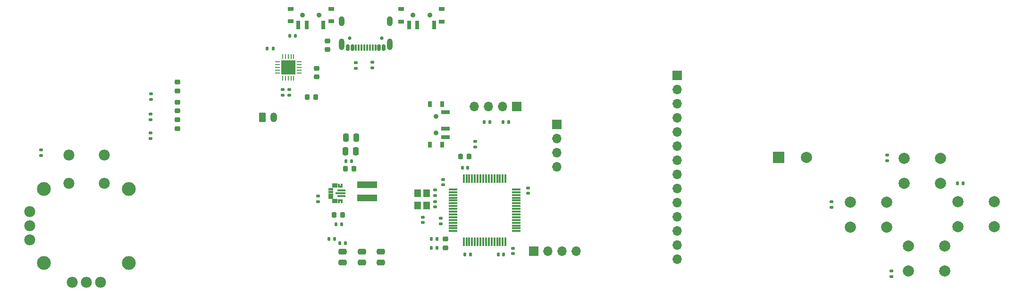
<source format=gbr>
%TF.GenerationSoftware,KiCad,Pcbnew,9.0.0*%
%TF.CreationDate,2025-08-15T01:25:28+03:00*%
%TF.ProjectId,Handheld,48616e64-6865-46c6-942e-6b696361645f,rev?*%
%TF.SameCoordinates,Original*%
%TF.FileFunction,Soldermask,Top*%
%TF.FilePolarity,Negative*%
%FSLAX46Y46*%
G04 Gerber Fmt 4.6, Leading zero omitted, Abs format (unit mm)*
G04 Created by KiCad (PCBNEW 9.0.0) date 2025-08-15 01:25:28*
%MOMM*%
%LPD*%
G01*
G04 APERTURE LIST*
G04 Aperture macros list*
%AMRoundRect*
0 Rectangle with rounded corners*
0 $1 Rounding radius*
0 $2 $3 $4 $5 $6 $7 $8 $9 X,Y pos of 4 corners*
0 Add a 4 corners polygon primitive as box body*
4,1,4,$2,$3,$4,$5,$6,$7,$8,$9,$2,$3,0*
0 Add four circle primitives for the rounded corners*
1,1,$1+$1,$2,$3*
1,1,$1+$1,$4,$5*
1,1,$1+$1,$6,$7*
1,1,$1+$1,$8,$9*
0 Add four rect primitives between the rounded corners*
20,1,$1+$1,$2,$3,$4,$5,0*
20,1,$1+$1,$4,$5,$6,$7,0*
20,1,$1+$1,$6,$7,$8,$9,0*
20,1,$1+$1,$8,$9,$2,$3,0*%
G04 Aperture macros list end*
%ADD10C,0.010000*%
%ADD11RoundRect,0.140000X-0.170000X0.140000X-0.170000X-0.140000X0.170000X-0.140000X0.170000X0.140000X0*%
%ADD12RoundRect,0.062500X-0.062500X0.350000X-0.062500X-0.350000X0.062500X-0.350000X0.062500X0.350000X0*%
%ADD13RoundRect,0.062500X-0.350000X0.062500X-0.350000X-0.062500X0.350000X-0.062500X0.350000X0.062500X0*%
%ADD14R,2.500000X2.500000*%
%ADD15RoundRect,0.135000X-0.135000X-0.185000X0.135000X-0.185000X0.135000X0.185000X-0.135000X0.185000X0*%
%ADD16RoundRect,0.218750X-0.256250X0.218750X-0.256250X-0.218750X0.256250X-0.218750X0.256250X0.218750X0*%
%ADD17RoundRect,0.225000X-0.225000X-0.250000X0.225000X-0.250000X0.225000X0.250000X-0.225000X0.250000X0*%
%ADD18RoundRect,0.250000X-0.250000X-0.475000X0.250000X-0.475000X0.250000X0.475000X-0.250000X0.475000X0*%
%ADD19RoundRect,0.075000X-0.700000X-0.075000X0.700000X-0.075000X0.700000X0.075000X-0.700000X0.075000X0*%
%ADD20RoundRect,0.075000X-0.075000X-0.700000X0.075000X-0.700000X0.075000X0.700000X-0.075000X0.700000X0*%
%ADD21RoundRect,0.140000X0.170000X-0.140000X0.170000X0.140000X-0.170000X0.140000X-0.170000X-0.140000X0*%
%ADD22RoundRect,0.250000X-0.475000X0.250000X-0.475000X-0.250000X0.475000X-0.250000X0.475000X0.250000X0*%
%ADD23RoundRect,0.140000X-0.140000X-0.170000X0.140000X-0.170000X0.140000X0.170000X-0.140000X0.170000X0*%
%ADD24C,2.000000*%
%ADD25R,1.700000X1.700000*%
%ADD26O,1.700000X1.700000*%
%ADD27RoundRect,0.225000X0.225000X0.250000X-0.225000X0.250000X-0.225000X-0.250000X0.225000X-0.250000X0*%
%ADD28RoundRect,0.135000X0.185000X-0.135000X0.185000X0.135000X-0.185000X0.135000X-0.185000X-0.135000X0*%
%ADD29RoundRect,0.135000X0.135000X0.185000X-0.135000X0.185000X-0.135000X-0.185000X0.135000X-0.185000X0*%
%ADD30RoundRect,0.225000X-0.250000X0.225000X-0.250000X-0.225000X0.250000X-0.225000X0.250000X0.225000X0*%
%ADD31RoundRect,0.140000X0.140000X0.170000X-0.140000X0.170000X-0.140000X-0.170000X0.140000X-0.170000X0*%
%ADD32RoundRect,0.135000X-0.185000X0.135000X-0.185000X-0.135000X0.185000X-0.135000X0.185000X0.135000X0*%
%ADD33RoundRect,0.250000X-0.350000X-0.625000X0.350000X-0.625000X0.350000X0.625000X-0.350000X0.625000X0*%
%ADD34O,1.200000X1.750000*%
%ADD35R,0.800000X1.000000*%
%ADD36C,0.900000*%
%ADD37R,1.500000X0.700000*%
%ADD38R,2.000000X2.000000*%
%ADD39R,1.000000X0.800000*%
%ADD40R,0.700000X1.500000*%
%ADD41RoundRect,0.102000X1.700000X-0.490000X1.700000X0.490000X-1.700000X0.490000X-1.700000X-0.490000X0*%
%ADD42C,0.650000*%
%ADD43RoundRect,0.150000X0.150000X0.425000X-0.150000X0.425000X-0.150000X-0.425000X0.150000X-0.425000X0*%
%ADD44RoundRect,0.075000X0.075000X0.500000X-0.075000X0.500000X-0.075000X-0.500000X0.075000X-0.500000X0*%
%ADD45O,1.000000X2.100000*%
%ADD46O,1.000000X1.800000*%
%ADD47C,1.982000*%
%ADD48C,2.490000*%
%ADD49R,1.150000X1.400000*%
G04 APERTURE END LIST*
D10*
%TO.C,U5*%
X102691196Y-92665358D02*
X101991196Y-92665358D01*
X101991196Y-92315358D01*
X102691196Y-92315358D01*
X102691196Y-92665358D01*
G36*
X102691196Y-92665358D02*
G01*
X101991196Y-92665358D01*
X101991196Y-92315358D01*
X102691196Y-92315358D01*
X102691196Y-92665358D01*
G37*
X102691196Y-93165358D02*
X101991196Y-93165358D01*
X101991196Y-92815358D01*
X102691196Y-92815358D01*
X102691196Y-93165358D01*
G36*
X102691196Y-93165358D02*
G01*
X101991196Y-93165358D01*
X101991196Y-92815358D01*
X102691196Y-92815358D01*
X102691196Y-93165358D01*
G37*
X102691196Y-93665358D02*
X101991196Y-93665358D01*
X101991196Y-93315358D01*
X102691196Y-93315358D01*
X102691196Y-93665358D01*
G36*
X102691196Y-93665358D02*
G01*
X101991196Y-93665358D01*
X101991196Y-93315358D01*
X102691196Y-93315358D01*
X102691196Y-93665358D01*
G37*
X102691196Y-94165358D02*
X101991196Y-94165358D01*
X101991196Y-93815358D01*
X102691196Y-93815358D01*
X102691196Y-94165358D01*
G36*
X102691196Y-94165358D02*
G01*
X101991196Y-94165358D01*
X101991196Y-93815358D01*
X102691196Y-93815358D01*
X102691196Y-94165358D01*
G37*
X102941196Y-92190358D02*
X102591196Y-92190358D01*
X102591196Y-91490358D01*
X102941196Y-91490358D01*
X102941196Y-92190358D01*
G36*
X102941196Y-92190358D02*
G01*
X102591196Y-92190358D01*
X102591196Y-91490358D01*
X102941196Y-91490358D01*
X102941196Y-92190358D01*
G37*
X102941196Y-94990358D02*
X102591196Y-94990358D01*
X102591196Y-94290358D01*
X102941196Y-94290358D01*
X102941196Y-94990358D01*
G36*
X102941196Y-94990358D02*
G01*
X102591196Y-94990358D01*
X102591196Y-94290358D01*
X102941196Y-94290358D01*
X102941196Y-94990358D01*
G37*
X103441196Y-92190358D02*
X103091196Y-92190358D01*
X103091196Y-91490358D01*
X103441196Y-91490358D01*
X103441196Y-92190358D01*
G36*
X103441196Y-92190358D02*
G01*
X103091196Y-92190358D01*
X103091196Y-91490358D01*
X103441196Y-91490358D01*
X103441196Y-92190358D01*
G37*
X103441196Y-94990358D02*
X103091196Y-94990358D01*
X103091196Y-94290358D01*
X103441196Y-94290358D01*
X103441196Y-94990358D01*
G36*
X103441196Y-94990358D02*
G01*
X103091196Y-94990358D01*
X103091196Y-94290358D01*
X103441196Y-94290358D01*
X103441196Y-94990358D01*
G37*
X104941196Y-93365358D02*
X103241196Y-93365358D01*
X103241196Y-93115358D01*
X104941196Y-93115358D01*
X104941196Y-93365358D01*
G36*
X104941196Y-93365358D02*
G01*
X103241196Y-93365358D01*
X103241196Y-93115358D01*
X104941196Y-93115358D01*
X104941196Y-93365358D01*
G37*
X104941196Y-92865358D02*
X103591196Y-92865358D01*
X103591196Y-92615358D01*
X104941196Y-92615358D01*
X104941196Y-92865358D01*
G36*
X104941196Y-92865358D02*
G01*
X103591196Y-92865358D01*
X103591196Y-92615358D01*
X104941196Y-92615358D01*
X104941196Y-92865358D01*
G37*
X104941196Y-93865358D02*
X103591196Y-93865358D01*
X103591196Y-93615358D01*
X104941196Y-93615358D01*
X104941196Y-93865358D01*
G36*
X104941196Y-93865358D02*
G01*
X103591196Y-93865358D01*
X103591196Y-93615358D01*
X104941196Y-93615358D01*
X104941196Y-93865358D01*
G37*
X104391196Y-94940358D02*
X104141196Y-94940358D01*
X104141196Y-94590358D01*
X103891196Y-94590358D01*
X103891196Y-94940358D01*
X103641196Y-94940358D01*
X103641196Y-94340358D01*
X104391196Y-94340358D01*
X104391196Y-94940358D01*
G36*
X104391196Y-94940358D02*
G01*
X104141196Y-94940358D01*
X104141196Y-94590358D01*
X103891196Y-94590358D01*
X103891196Y-94940358D01*
X103641196Y-94940358D01*
X103641196Y-94340358D01*
X104391196Y-94340358D01*
X104391196Y-94940358D01*
G37*
X103891196Y-91890358D02*
X104141196Y-91890358D01*
X104141196Y-91540358D01*
X104391196Y-91540358D01*
X104391196Y-92140358D01*
X103641196Y-92140358D01*
X103641196Y-91540358D01*
X103891196Y-91540358D01*
X103891196Y-91890358D01*
G36*
X103891196Y-91890358D02*
G01*
X104141196Y-91890358D01*
X104141196Y-91540358D01*
X104391196Y-91540358D01*
X104391196Y-92140358D01*
X103641196Y-92140358D01*
X103641196Y-91540358D01*
X103891196Y-91540358D01*
X103891196Y-91890358D01*
G37*
%TD*%
D11*
%TO.C,C3*%
X135100000Y-104110000D03*
X135100000Y-103150000D03*
%TD*%
D12*
%TO.C,U3*%
X95728696Y-68725358D03*
X95228696Y-68725358D03*
X94728696Y-68725358D03*
X94228696Y-68725358D03*
X93728696Y-68725358D03*
D13*
X92791196Y-69662858D03*
X92791196Y-70162858D03*
X92791196Y-70662858D03*
X92791196Y-71162858D03*
X92791196Y-71662858D03*
D12*
X93728696Y-72600358D03*
X94228696Y-72600358D03*
X94728696Y-72600358D03*
X95228696Y-72600358D03*
X95728696Y-72600358D03*
D13*
X96666196Y-71662858D03*
X96666196Y-71162858D03*
X96666196Y-70662858D03*
X96666196Y-70162858D03*
X96666196Y-69662858D03*
D14*
X94728696Y-70662858D03*
%TD*%
D15*
%TO.C,R20*%
X133308696Y-80475358D03*
X134328696Y-80475358D03*
%TD*%
D16*
%TO.C,D2*%
X74828696Y-80100358D03*
X74828696Y-81675358D03*
%TD*%
D17*
%TO.C,C16*%
X104978696Y-88875358D03*
X106528696Y-88875358D03*
%TD*%
D18*
%TO.C,C18*%
X105050000Y-83250000D03*
X106950000Y-83250000D03*
%TD*%
D15*
%TO.C,R17*%
X103308696Y-98875358D03*
X104328696Y-98875358D03*
%TD*%
D19*
%TO.C,U1*%
X124303696Y-92575358D03*
X124303696Y-93075358D03*
X124303696Y-93575358D03*
X124303696Y-94075358D03*
X124303696Y-94575358D03*
X124303696Y-95075358D03*
X124303696Y-95575358D03*
X124303696Y-96075358D03*
X124303696Y-96575358D03*
X124303696Y-97075358D03*
X124303696Y-97575358D03*
X124303696Y-98075358D03*
X124303696Y-98575358D03*
X124303696Y-99075358D03*
X124303696Y-99575358D03*
X124303696Y-100075358D03*
D20*
X126228696Y-102000358D03*
X126728696Y-102000358D03*
X127228696Y-102000358D03*
X127728696Y-102000358D03*
X128228696Y-102000358D03*
X128728696Y-102000358D03*
X129228696Y-102000358D03*
X129728696Y-102000358D03*
X130228696Y-102000358D03*
X130728696Y-102000358D03*
X131228696Y-102000358D03*
X131728696Y-102000358D03*
X132228696Y-102000358D03*
X132728696Y-102000358D03*
X133228696Y-102000358D03*
X133728696Y-102000358D03*
D19*
X135653696Y-100075358D03*
X135653696Y-99575358D03*
X135653696Y-99075358D03*
X135653696Y-98575358D03*
X135653696Y-98075358D03*
X135653696Y-97575358D03*
X135653696Y-97075358D03*
X135653696Y-96575358D03*
X135653696Y-96075358D03*
X135653696Y-95575358D03*
X135653696Y-95075358D03*
X135653696Y-94575358D03*
X135653696Y-94075358D03*
X135653696Y-93575358D03*
X135653696Y-93075358D03*
X135653696Y-92575358D03*
D20*
X133728696Y-90650358D03*
X133228696Y-90650358D03*
X132728696Y-90650358D03*
X132228696Y-90650358D03*
X131728696Y-90650358D03*
X131228696Y-90650358D03*
X130728696Y-90650358D03*
X130228696Y-90650358D03*
X129728696Y-90650358D03*
X129228696Y-90650358D03*
X128728696Y-90650358D03*
X128228696Y-90650358D03*
X127728696Y-90650358D03*
X127228696Y-90650358D03*
X126728696Y-90650358D03*
X126228696Y-90650358D03*
%TD*%
D21*
%TO.C,C12*%
X121128696Y-95755358D03*
X121128696Y-94795358D03*
%TD*%
D22*
%TO.C,C23*%
X111328696Y-103775358D03*
X111328696Y-105675358D03*
%TD*%
D23*
%TO.C,C24*%
X132420000Y-104250000D03*
X133380000Y-104250000D03*
%TD*%
D24*
%TO.C,BTN4*%
X195600000Y-94890000D03*
X202100000Y-94890000D03*
X195600000Y-99390000D03*
X202100000Y-99390000D03*
%TD*%
D25*
%TO.C,J1*%
X142928696Y-80935358D03*
D26*
X142928696Y-83475358D03*
X142928696Y-86015358D03*
X142928696Y-88555358D03*
%TD*%
D27*
%TO.C,C20*%
X104503696Y-97175358D03*
X102953696Y-97175358D03*
%TD*%
D28*
%TO.C,R4*%
X202928696Y-108275358D03*
X202928696Y-107255358D03*
%TD*%
%TO.C,R5*%
X192200000Y-95810000D03*
X192200000Y-94790000D03*
%TD*%
D29*
%TO.C,R19*%
X105038696Y-102275358D03*
X104018696Y-102275358D03*
%TD*%
D22*
%TO.C,C22*%
X107928696Y-103775358D03*
X107928696Y-105675358D03*
%TD*%
D25*
%TO.C,J6*%
X135728696Y-77675358D03*
D26*
X133188696Y-77675358D03*
X130648696Y-77675358D03*
X128108696Y-77675358D03*
%TD*%
D25*
%TO.C,J4*%
X164528696Y-72075358D03*
D26*
X164528696Y-74615358D03*
X164528696Y-77155358D03*
X164528696Y-79695358D03*
X164528696Y-82235358D03*
X164528696Y-84775358D03*
X164528696Y-87315358D03*
X164528696Y-89855358D03*
X164528696Y-92395358D03*
X164528696Y-94935358D03*
X164528696Y-97475358D03*
X164528696Y-100015358D03*
X164528696Y-102555358D03*
X164528696Y-105095358D03*
%TD*%
D29*
%TO.C,R16*%
X106128696Y-87475358D03*
X105108696Y-87475358D03*
%TD*%
D23*
%TO.C,C1*%
X125968696Y-88675358D03*
X126928696Y-88675358D03*
%TD*%
D29*
%TO.C,R12*%
X92010000Y-67250000D03*
X90990000Y-67250000D03*
%TD*%
D30*
%TO.C,C13*%
X101800000Y-65925000D03*
X101800000Y-67475000D03*
%TD*%
D11*
%TO.C,C19*%
X100128696Y-93815358D03*
X100128696Y-94775358D03*
%TD*%
D31*
%TO.C,C8*%
X121408696Y-101487858D03*
X120448696Y-101487858D03*
%TD*%
D32*
%TO.C,R7*%
X109850000Y-69730000D03*
X109850000Y-70750000D03*
%TD*%
D33*
%TO.C,J3*%
X90100000Y-79650000D03*
D34*
X92100000Y-79650000D03*
%TD*%
D32*
%TO.C,R15*%
X70100000Y-75380000D03*
X70100000Y-76400000D03*
%TD*%
D35*
%TO.C,SW1*%
X122328696Y-77275358D03*
X120118696Y-77275358D03*
D36*
X121218696Y-79425358D03*
X121218696Y-82425358D03*
D35*
X122328696Y-84575358D03*
X120118696Y-84575358D03*
D37*
X122978696Y-78675358D03*
X122978696Y-81675358D03*
X122978696Y-83175358D03*
%TD*%
D32*
%TO.C,R13*%
X70050000Y-79030000D03*
X70050000Y-80050000D03*
%TD*%
%TO.C,R11*%
X93728696Y-74615358D03*
X93728696Y-75635358D03*
%TD*%
D29*
%TO.C,R3*%
X215838696Y-91475358D03*
X214818696Y-91475358D03*
%TD*%
D24*
%TO.C,BTN2*%
X214928696Y-94815358D03*
X221428696Y-94815358D03*
X214928696Y-99315358D03*
X221428696Y-99315358D03*
%TD*%
D32*
%TO.C,R1*%
X128328696Y-83965358D03*
X128328696Y-84985358D03*
%TD*%
D18*
%TO.C,C17*%
X105000000Y-85700000D03*
X106900000Y-85700000D03*
%TD*%
D24*
%TO.C,BTN1*%
X211728696Y-91475358D03*
X205228696Y-91475358D03*
X211728696Y-86975358D03*
X205228696Y-86975358D03*
%TD*%
D32*
%TO.C,R14*%
X70050000Y-82390000D03*
X70050000Y-83410000D03*
%TD*%
D38*
%TO.C,BZ1*%
X182728696Y-86875358D03*
D24*
X187728696Y-86875358D03*
%TD*%
D21*
%TO.C,C7*%
X122128696Y-98755358D03*
X122128696Y-97795358D03*
%TD*%
D25*
%TO.C,J5*%
X138788696Y-103675358D03*
D26*
X141328696Y-103675358D03*
X143868696Y-103675358D03*
X146408696Y-103675358D03*
%TD*%
D29*
%TO.C,R21*%
X130928696Y-80475358D03*
X129908696Y-80475358D03*
%TD*%
D22*
%TO.C,C21*%
X104528696Y-103775358D03*
X104528696Y-105675358D03*
%TD*%
D32*
%TO.C,R8*%
X106900000Y-69780000D03*
X106900000Y-70800000D03*
%TD*%
D29*
%TO.C,R9*%
X96050000Y-64950000D03*
X95030000Y-64950000D03*
%TD*%
D31*
%TO.C,C4*%
X127408696Y-104275358D03*
X126448696Y-104275358D03*
%TD*%
D11*
%TO.C,C2*%
X137728696Y-92315358D03*
X137728696Y-93275358D03*
%TD*%
D21*
%TO.C,C11*%
X121128696Y-93675358D03*
X121128696Y-92715358D03*
%TD*%
D32*
%TO.C,R2*%
X202168696Y-86415358D03*
X202168696Y-87435358D03*
%TD*%
D39*
%TO.C,SW4*%
X122300000Y-62410000D03*
X122300000Y-60200000D03*
D36*
X120150000Y-61300000D03*
X117150000Y-61300000D03*
D39*
X115000000Y-62410000D03*
X115000000Y-60200000D03*
D40*
X120900000Y-63060000D03*
X117900000Y-63060000D03*
X116400000Y-63060000D03*
%TD*%
D21*
%TO.C,C5*%
X122558696Y-91755358D03*
X122558696Y-90795358D03*
%TD*%
D11*
%TO.C,C10*%
X118928696Y-97595358D03*
X118928696Y-98555358D03*
%TD*%
D41*
%TO.C,L1*%
X108928696Y-94075358D03*
X108928696Y-91705358D03*
%TD*%
D31*
%TO.C,C9*%
X121408696Y-103075358D03*
X120448696Y-103075358D03*
%TD*%
D42*
%TO.C,J2*%
X111530000Y-65400000D03*
X105750000Y-65400000D03*
D43*
X111840000Y-67080000D03*
X111040000Y-67080000D03*
D44*
X109890000Y-67080000D03*
X108890000Y-67080000D03*
X108390000Y-67080000D03*
X107390000Y-67080000D03*
D43*
X106240000Y-67080000D03*
X105440000Y-67080000D03*
X105440000Y-67080000D03*
X106240000Y-67080000D03*
D44*
X106890000Y-67080000D03*
X107890000Y-67080000D03*
X109390000Y-67080000D03*
X110390000Y-67080000D03*
D43*
X111040000Y-67080000D03*
X111840000Y-67080000D03*
D45*
X112960000Y-66505000D03*
D46*
X112960000Y-62325000D03*
D45*
X104320000Y-66505000D03*
D46*
X104320000Y-62325000D03*
%TD*%
D16*
%TO.C,FB1*%
X122928696Y-101500358D03*
X122928696Y-103075358D03*
%TD*%
%TO.C,D3*%
X74828696Y-73300358D03*
X74828696Y-74875358D03*
%TD*%
D47*
%TO.C,U4*%
X55380196Y-86441858D03*
X61730196Y-86441858D03*
X55380196Y-91521858D03*
X61730196Y-91521858D03*
X56015196Y-109301858D03*
X58555196Y-109301858D03*
X61095196Y-109301858D03*
D48*
X50935196Y-92474358D03*
X50935196Y-105809358D03*
X66175196Y-105809358D03*
X66175196Y-92474358D03*
D47*
X48395196Y-96601858D03*
X48395196Y-99141858D03*
X48395196Y-101681858D03*
%TD*%
D17*
%TO.C,C6*%
X125628696Y-86625358D03*
X127178696Y-86625358D03*
%TD*%
D29*
%TO.C,R18*%
X103038696Y-101475358D03*
X102018696Y-101475358D03*
%TD*%
D24*
%TO.C,BTN3*%
X212528696Y-107275358D03*
X206028696Y-107275358D03*
X212528696Y-102775358D03*
X206028696Y-102775358D03*
%TD*%
D32*
%TO.C,R6*%
X50375196Y-85454358D03*
X50375196Y-86474358D03*
%TD*%
D39*
%TO.C,SW2*%
X102450000Y-62400000D03*
X102450000Y-60190000D03*
D36*
X100300000Y-61290000D03*
X97300000Y-61290000D03*
D39*
X95150000Y-62400000D03*
X95150000Y-60190000D03*
D40*
X101050000Y-63050000D03*
X98050000Y-63050000D03*
X96550000Y-63050000D03*
%TD*%
D32*
%TO.C,R10*%
X94928696Y-74615358D03*
X94928696Y-75635358D03*
%TD*%
D16*
%TO.C,D1*%
X74828696Y-76900358D03*
X74828696Y-78475358D03*
%TD*%
D30*
%TO.C,C15*%
X99800000Y-70825000D03*
X99800000Y-72375000D03*
%TD*%
D49*
%TO.C,Y1*%
X117928696Y-93275358D03*
X117928696Y-95475358D03*
X119528696Y-95475358D03*
X119528696Y-93275358D03*
%TD*%
D27*
%TO.C,C14*%
X99678696Y-76037858D03*
X98128696Y-76037858D03*
%TD*%
M02*

</source>
